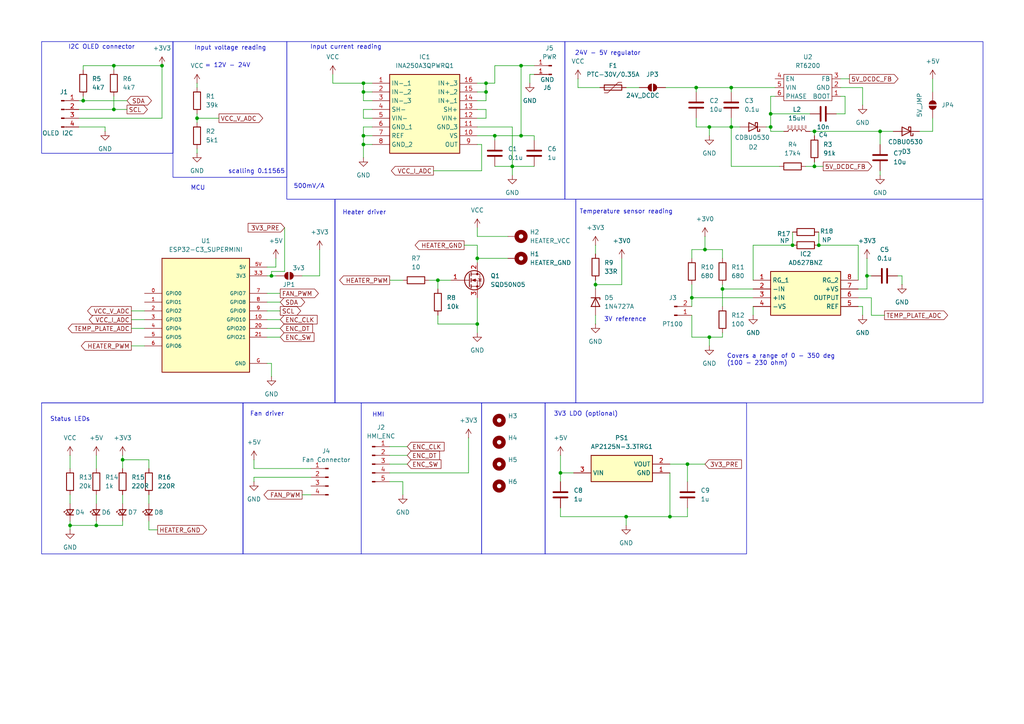
<source format=kicad_sch>
(kicad_sch (version 20231120) (generator "eeschema") (generator_version "8.0")
  (paper "A4")
  (junction (at 35.56 133.35))
  (junction (at 33.02 31.75))
  (junction (at 33.02 19.05))
  (junction (at 237.49 71.12))
  (junction (at 20.32 152.4))
  (junction (at 127 81.28))
  (junction (at 143.51 39.37))
  (junction (at 151.13 39.37))
  (junction (at 223.52 33.02))
  (junction (at 57.15 34.29))
  (junction (at 255.27 38.1))
  (junction (at 140.97 24.13))
  (junction (at 236.22 48.26))
  (junction (at 105.41 26.67))
  (junction (at 105.41 41.91))
  (junction (at 138.43 74.93))
  (junction (at 181.61 149.86))
  (junction (at 105.41 39.37))
  (junction (at 140.97 26.67))
  (junction (at 46.99 19.05))
  (junction (at 162.56 137.16))
  (junction (at 223.52 36.83))
  (junction (at 172.72 82.55))
  (junction (at 27.94 152.4))
  (junction (at 212.09 36.83))
  (junction (at 24.13 29.21))
  (junction (at 251.46 80.01))
  (junction (at 105.41 24.13))
  (junction (at 205.74 36.83))
  (junction (at 229.87 71.12))
  (junction (at 194.31 149.86))
  (junction (at 204.47 72.39))
  (junction (at 201.93 25.4))
  (junction (at 151.13 19.05))
  (junction (at 236.22 38.1))
  (junction (at 209.55 83.82))
  (junction (at 200.66 86.36))
  (junction (at 148.59 48.26))
  (junction (at 199.39 134.62))
  (junction (at 205.74 97.79))
  (junction (at 78.74 80.01))
  (junction (at 138.43 93.98))
  (junction (at 212.09 25.4))
  (wire (pts (xy 218.44 71.12) (xy 218.44 81.28)))
  (wire (pts (xy 223.52 33.02) (xy 234.95 33.02)))
  (wire (pts (xy 245.11 27.94) (xy 245.11 33.02)))
  (wire (pts (xy 252.73 86.36) (xy 248.92 86.36)))
  (wire (pts (xy 138.43 66.04) (xy 138.43 68.58)))
  (wire (pts (xy 127 83.82) (xy 127 81.28)))
  (wire (pts (xy 38.1 95.25) (xy 41.91 95.25)))
  (wire (pts (xy 153.67 21.59) (xy 153.67 24.13)))
  (wire (pts (xy 35.56 132.08) (xy 35.56 133.35)))
  (wire (pts (xy 22.86 29.21) (xy 24.13 29.21)))
  (wire (pts (xy 90.17 138.43) (xy 73.66 138.43)))
  (wire (pts (xy 212.09 25.4) (xy 224.79 25.4)))
  (wire (pts (xy 250.19 25.4) (xy 250.19 30.48)))
  (wire (pts (xy 255.27 49.53) (xy 255.27 50.8)))
  (wire (pts (xy 234.95 38.1) (xy 236.22 38.1)))
  (wire (pts (xy 43.18 153.67) (xy 43.18 151.13)))
  (wire (pts (xy 212.09 36.83) (xy 205.74 36.83)))
  (wire (pts (xy 78.74 80.01) (xy 80.01 80.01)))
  (wire (pts (xy 78.74 105.41) (xy 77.47 105.41)))
  (wire (pts (xy 172.72 82.55) (xy 180.34 82.55)))
  (wire (pts (xy 194.31 149.86) (xy 181.61 149.86)))
  (wire (pts (xy 248.92 81.28) (xy 248.92 71.12)))
  (wire (pts (xy 212.09 25.4) (xy 212.09 26.67)))
  (wire (pts (xy 73.66 138.43) (xy 73.66 139.7)))
  (wire (pts (xy 143.51 39.37) (xy 151.13 39.37)))
  (wire (pts (xy 256.54 91.44) (xy 252.73 91.44)))
  (wire (pts (xy 270.51 22.86) (xy 270.51 26.67)))
  (wire (pts (xy 77.47 77.47) (xy 80.01 77.47)))
  (wire (pts (xy 57.15 43.18) (xy 57.15 44.45)))
  (wire (pts (xy 124.46 81.28) (xy 127 81.28)))
  (wire (pts (xy 205.74 36.83) (xy 205.74 39.37)))
  (wire (pts (xy 151.13 39.37) (xy 154.94 39.37)))
  (wire (pts (xy 200.66 86.36) (xy 200.66 88.9)))
  (wire (pts (xy 251.46 83.82) (xy 248.92 83.82)))
  (wire (pts (xy 172.72 81.28) (xy 172.72 82.55)))
  (wire (pts (xy 148.59 50.8) (xy 148.59 48.26)))
  (wire (pts (xy 27.94 132.08) (xy 27.94 135.89)))
  (wire (pts (xy 107.95 39.37) (xy 105.41 39.37)))
  (wire (pts (xy 223.52 27.94) (xy 223.52 33.02)))
  (wire (pts (xy 201.93 36.83) (xy 205.74 36.83)))
  (wire (pts (xy 252.73 91.44) (xy 252.73 86.36)))
  (wire (pts (xy 116.84 139.7) (xy 113.03 139.7)))
  (wire (pts (xy 180.34 82.55) (xy 180.34 74.93)))
  (wire (pts (xy 24.13 27.94) (xy 24.13 29.21)))
  (wire (pts (xy 143.51 48.26) (xy 148.59 48.26)))
  (wire (pts (xy 27.94 152.4) (xy 20.32 152.4)))
  (wire (pts (xy 57.15 34.29) (xy 63.5 34.29)))
  (wire (pts (xy 151.13 19.05) (xy 154.94 19.05)))
  (wire (pts (xy 181.61 149.86) (xy 181.61 152.4)))
  (wire (pts (xy 33.02 27.94) (xy 33.02 31.75)))
  (wire (pts (xy 266.7 38.1) (xy 270.51 38.1)))
  (wire (pts (xy 243.84 27.94) (xy 245.11 27.94)))
  (wire (pts (xy 46.99 34.29) (xy 22.86 34.29)))
  (wire (pts (xy 237.49 67.31) (xy 237.49 71.12)))
  (wire (pts (xy 45.72 153.67) (xy 43.18 153.67)))
  (wire (pts (xy 77.47 80.01) (xy 78.74 80.01)))
  (wire (pts (xy 38.1 90.17) (xy 41.91 90.17)))
  (wire (pts (xy 105.41 31.75) (xy 107.95 31.75)))
  (wire (pts (xy 252.73 80.01) (xy 251.46 80.01)))
  (wire (pts (xy 143.51 39.37) (xy 143.51 40.64)))
  (wire (pts (xy 251.46 80.01) (xy 251.46 83.82)))
  (wire (pts (xy 250.19 88.9) (xy 248.92 88.9)))
  (wire (pts (xy 138.43 71.12) (xy 138.43 74.93)))
  (wire (pts (xy 127 93.98) (xy 138.43 93.98)))
  (wire (pts (xy 138.43 86.36) (xy 138.43 93.98)))
  (wire (pts (xy 87.63 80.01) (xy 92.71 80.01)))
  (wire (pts (xy 236.22 48.26) (xy 238.76 48.26)))
  (wire (pts (xy 143.51 19.05) (xy 143.51 24.13)))
  (wire (pts (xy 140.97 29.21) (xy 140.97 26.67)))
  (wire (pts (xy 82.55 78.74) (xy 82.55 66.04)))
  (wire (pts (xy 222.25 36.83) (xy 223.52 36.83)))
  (wire (pts (xy 140.97 34.29) (xy 138.43 34.29)))
  (wire (pts (xy 162.56 147.32) (xy 162.56 149.86)))
  (wire (pts (xy 96.52 24.13) (xy 105.41 24.13)))
  (wire (pts (xy 261.62 80.01) (xy 260.35 80.01)))
  (wire (pts (xy 43.18 133.35) (xy 43.18 135.89)))
  (wire (pts (xy 78.74 109.22) (xy 78.74 105.41)))
  (wire (pts (xy 261.62 82.55) (xy 261.62 80.01)))
  (wire (pts (xy 113.03 81.28) (xy 116.84 81.28)))
  (wire (pts (xy 138.43 93.98) (xy 138.43 96.52)))
  (wire (pts (xy 205.74 97.79) (xy 209.55 97.79)))
  (wire (pts (xy 138.43 31.75) (xy 140.97 31.75)))
  (wire (pts (xy 43.18 133.35) (xy 35.56 133.35)))
  (wire (pts (xy 147.32 68.58) (xy 138.43 68.58)))
  (wire (pts (xy 113.03 129.54) (xy 118.11 129.54)))
  (wire (pts (xy 92.71 80.01) (xy 92.71 72.39)))
  (wire (pts (xy 107.95 29.21) (xy 105.41 29.21)))
  (wire (pts (xy 57.15 24.13) (xy 57.15 25.4)))
  (wire (pts (xy 193.04 25.4) (xy 201.93 25.4)))
  (wire (pts (xy 90.17 135.89) (xy 73.66 135.89)))
  (wire (pts (xy 243.84 22.86) (xy 246.38 22.86)))
  (wire (pts (xy 113.03 134.62) (xy 118.11 134.62)))
  (wire (pts (xy 194.31 134.62) (xy 199.39 134.62)))
  (wire (pts (xy 212.09 36.83) (xy 214.63 36.83)))
  (wire (pts (xy 105.41 41.91) (xy 105.41 45.72)))
  (wire (pts (xy 77.47 87.63) (xy 81.28 87.63)))
  (wire (pts (xy 138.43 29.21) (xy 140.97 29.21)))
  (wire (pts (xy 35.56 152.4) (xy 27.94 152.4)))
  (wire (pts (xy 201.93 25.4) (xy 212.09 25.4)))
  (wire (pts (xy 218.44 88.9) (xy 218.44 91.44)))
  (wire (pts (xy 243.84 25.4) (xy 250.19 25.4)))
  (wire (pts (xy 201.93 34.29) (xy 201.93 36.83)))
  (wire (pts (xy 140.97 24.13) (xy 138.43 24.13)))
  (wire (pts (xy 166.37 137.16) (xy 162.56 137.16)))
  (wire (pts (xy 162.56 137.16) (xy 162.56 132.08)))
  (wire (pts (xy 154.94 21.59) (xy 153.67 21.59)))
  (wire (pts (xy 57.15 33.02) (xy 57.15 34.29)))
  (wire (pts (xy 107.95 41.91) (xy 105.41 41.91)))
  (wire (pts (xy 96.52 21.59) (xy 96.52 24.13)))
  (wire (pts (xy 209.55 74.93) (xy 209.55 72.39)))
  (wire (pts (xy 209.55 82.55) (xy 209.55 83.82)))
  (wire (pts (xy 20.32 152.4) (xy 20.32 153.67)))
  (wire (pts (xy 199.39 149.86) (xy 194.31 149.86)))
  (wire (pts (xy 209.55 83.82) (xy 209.55 88.9)))
  (wire (pts (xy 194.31 137.16) (xy 194.31 149.86)))
  (wire (pts (xy 167.64 22.86) (xy 167.64 25.4)))
  (wire (pts (xy 199.39 134.62) (xy 199.39 139.7)))
  (wire (pts (xy 105.41 36.83) (xy 105.41 39.37)))
  (wire (pts (xy 143.51 24.13) (xy 140.97 24.13)))
  (wire (pts (xy 200.66 97.79) (xy 205.74 97.79)))
  (wire (pts (xy 224.79 27.94) (xy 223.52 27.94)))
  (wire (pts (xy 167.64 25.4) (xy 173.99 25.4)))
  (wire (pts (xy 33.02 31.75) (xy 36.83 31.75)))
  (wire (pts (xy 209.55 83.82) (xy 218.44 83.82)))
  (wire (pts (xy 24.13 20.32) (xy 24.13 19.05)))
  (wire (pts (xy 139.7 41.91) (xy 139.7 49.53)))
  (wire (pts (xy 200.66 91.44) (xy 200.66 97.79)))
  (wire (pts (xy 77.47 95.25) (xy 81.28 95.25)))
  (wire (pts (xy 200.66 72.39) (xy 200.66 74.93)))
  (wire (pts (xy 105.41 24.13) (xy 107.95 24.13)))
  (wire (pts (xy 181.61 25.4) (xy 185.42 25.4)))
  (wire (pts (xy 107.95 26.67) (xy 105.41 26.67)))
  (wire (pts (xy 154.94 39.37) (xy 154.94 40.64)))
  (wire (pts (xy 77.47 97.79) (xy 81.28 97.79)))
  (wire (pts (xy 138.43 74.93) (xy 147.32 74.93)))
  (wire (pts (xy 250.19 91.44) (xy 250.19 88.9)))
  (wire (pts (xy 199.39 134.62) (xy 204.47 134.62)))
  (wire (pts (xy 138.43 39.37) (xy 143.51 39.37)))
  (wire (pts (xy 38.1 92.71) (xy 41.91 92.71)))
  (wire (pts (xy 270.51 34.29) (xy 270.51 38.1)))
  (wire (pts (xy 162.56 149.86) (xy 181.61 149.86)))
  (wire (pts (xy 77.47 85.09) (xy 81.28 85.09)))
  (wire (pts (xy 209.55 97.79) (xy 209.55 96.52)))
  (wire (pts (xy 229.87 67.31) (xy 229.87 71.12)))
  (wire (pts (xy 105.41 39.37) (xy 105.41 41.91)))
  (wire (pts (xy 199.39 147.32) (xy 199.39 149.86)))
  (wire (pts (xy 33.02 20.32) (xy 33.02 19.05)))
  (wire (pts (xy 116.84 143.51) (xy 116.84 139.7)))
  (wire (pts (xy 127 81.28) (xy 130.81 81.28)))
  (wire (pts (xy 172.72 82.55) (xy 172.72 83.82)))
  (wire (pts (xy 77.47 92.71) (xy 81.28 92.71)))
  (wire (pts (xy 140.97 31.75) (xy 140.97 34.29)))
  (wire (pts (xy 140.97 26.67) (xy 140.97 24.13)))
  (wire (pts (xy 107.95 36.83) (xy 105.41 36.83)))
  (wire (pts (xy 38.1 100.33) (xy 41.91 100.33)))
  (wire (pts (xy 33.02 19.05) (xy 46.99 19.05)))
  (wire (pts (xy 205.74 100.33) (xy 205.74 97.79)))
  (polyline (pts (xy 12.065 116.84) (xy 97.155 116.84)))
  (wire (pts (xy 105.41 26.67) (xy 105.41 24.13)))
  (wire (pts (xy 78.74 78.74) (xy 82.55 78.74)))
  (wire (pts (xy 172.72 91.44) (xy 172.72 93.98)))
  (wire (pts (xy 30.48 36.83) (xy 22.86 36.83)))
  (wire (pts (xy 251.46 74.93) (xy 251.46 80.01)))
  (wire (pts (xy 148.59 36.83) (xy 138.43 36.83)))
  (wire (pts (xy 35.56 133.35) (xy 35.56 135.89)))
  (wire (pts (xy 236.22 48.26) (xy 236.22 46.99)))
  (wire (pts (xy 113.03 132.08) (xy 118.11 132.08)))
  (wire (pts (xy 135.89 137.16) (xy 135.89 127)))
  (wire (pts (xy 138.43 76.2) (xy 138.43 74.93)))
  (wire (pts (xy 27.94 143.51) (xy 27.94 146.05)))
  (wire (pts (xy 105.41 31.75) (xy 105.41 34.29)))
  (wire (pts (xy 226.06 48.26) (xy 212.09 48.26)))
  (wire (pts (xy 242.57 33.02) (xy 245.11 33.02)))
  (wire (pts (xy 20.32 151.13) (xy 20.32 152.4)))
  (wire (pts (xy 134.62 71.12) (xy 138.43 71.12)))
  (wire (pts (xy 35.56 143.51) (xy 35.56 146.05)))
  (wire (pts (xy 46.99 19.05) (xy 46.99 34.29)))
  (wire (pts (xy 20.32 143.51) (xy 20.32 146.05)))
  (wire (pts (xy 248.92 71.12) (xy 237.49 71.12)))
  (wire (pts (xy 43.18 143.51) (xy 43.18 146.05)))
  (wire (pts (xy 77.47 90.17) (xy 81.28 90.17)))
  (wire (pts (xy 22.86 31.75) (xy 33.02 31.75)))
  (wire (pts (xy 30.48 38.1) (xy 30.48 36.83)))
  (wire (pts (xy 138.43 41.91) (xy 139.7 41.91)))
  (wire (pts (xy 162.56 137.16) (xy 162.56 139.7)))
  (wire (pts (xy 139.7 49.53) (xy 125.73 49.53)))
  (wire (pts (xy 87.63 143.51) (xy 90.17 143.51)))
  (wire (pts (xy 105.41 29.21) (xy 105.41 26.67)))
  (wire (pts (xy 212.09 48.26) (xy 212.09 36.83)))
  (wire (pts (xy 24.13 29.21) (xy 36.83 29.21)))
  (wire (pts (xy 236.22 38.1) (xy 255.27 38.1)))
  (wire (pts (xy 255.27 38.1) (xy 255.27 41.91)))
  (wire (pts (xy 73.66 133.35) (xy 73.66 135.89)))
  (wire (pts (xy 105.41 34.29) (xy 107.95 34.29)))
  (wire (pts (xy 80.01 77.47) (xy 80.01 74.93)))
  (wire (pts (xy 138.43 26.67) (xy 140.97 26.67)))
  (wire (pts (xy 113.03 137.16) (xy 135.89 137.16)))
  (wire (pts (xy 27.94 151.13) (xy 27.94 152.4)))
  (wire (pts (xy 204.47 68.58) (xy 204.47 72.39)))
  (wire (pts (xy 127 91.44) (xy 127 93.98)))
  (wire (pts (xy 227.33 38.1) (xy 223.52 38.1)))
  (wire (pts (xy 148.59 48.26) (xy 154.94 48.26)))
  (wire (pts (xy 172.72 71.12) (xy 172.72 73.66)))
  (wire (pts (xy 204.47 72.39) (xy 200.66 72.39)))
  (wire (pts (xy 209.55 72.39) (xy 204.47 72.39)))
  (wire (pts (xy 255.27 38.1) (xy 259.08 38.1)))
  (wire (pts (xy 236.22 39.37) (xy 236.22 38.1)))
  (wire (pts (xy 24.13 19.05) (xy 33.02 19.05)))
  (wire (pts (xy 233.68 48.26) (xy 236.22 48.26)))
  (wire (pts (xy 200.66 86.36) (xy 218.44 86.36)))
  (wire (pts (xy 212.09 34.29) (xy 212.09 36.83)))
  (wire (pts (xy 200.66 82.55) (xy 200.66 86.36)))
  (wire (pts (xy 223.52 36.83) (xy 223.52 33.02)))
  (wire (pts (xy 223.52 38.1) (xy 223.52 36.83)))
  (wire (pts (xy 151.13 19.05) (xy 151.13 39.37)))
  (wire (pts (xy 57.15 34.29) (xy 57.15 35.56)))
  (wire (pts (xy 35.56 151.13) (xy 35.56 152.4)))
  (wire (pts (xy 148.59 48.26) (xy 148.59 36.83)))
  (wire (pts (xy 78.74 80.01) (xy 78.74 78.74)))
  (polyline (pts (xy 97.155 57.785) (xy 97.155 116.84)))
  (wire (pts (xy 229.87 71.12) (xy 218.44 71.12)))
  (wire (pts (xy 201.93 25.4) (xy 201.93 26.67)))
  (wire (pts (xy 143.51 19.05) (xy 151.13 19.05)))
  (wire (pts (xy 20.32 132.08) (xy 20.32 135.89)))
  (rectangle (start 104.775 116.84) (end 139.7 160.655))
  (rectangle (start 83.185 12.065) (end 163.83 57.785))
  (rectangle (start 97.155 57.785) (end 167.005 116.84))
  (rectangle (start 163.83 12.065) (end 285.115 57.785))
  (rectangle (start 12.065 116.84) (end 70.485 160.655))
  (rectangle (start 12.065 12.065) (end 50.165 44.45))
  (rectangle (start 50.165 12.065) (end 83.185 51.435))
  (rectangle (start 167.005 57.785) (end 285.115 116.84))
  (rectangle (start 139.7 116.84) (end 158.115 160.655))
  (rectangle (start 158.115 116.84) (end 216.535 160.655))
  (rectangle (start 70.485 116.84) (end 104.775 160.655))
  (text "I2C OLED connector" (at 29.464 13.716 0) (effects (font (size 1.27 1.27))))
  (text "Fan driver" (at 77.47 120.142 0) (effects (font (size 1.27 1.27))))
  (text "Input current reading" (at 100.33 13.716 0) (effects (font (size 1.27 1.27))))
  (text "Temperature sensor reading" (at 181.61 61.468 0) (effects (font (size 1.27 1.27))))
  (text "HMI" (at 109.728 120.396 0) (effects (font (size 1.27 1.27))))
  (text "= 12V - 24V" (at 66.04 19.05 0) (effects (font (size 1.27 1.27))))
  (text "Input voltage reading" (at 66.802 13.97 0) (effects (font (size 1.27 1.27))))
  (text "Status LEDs" (at 20.32 121.666 0) (effects (font (size 1.27 1.27))))
  (text "3V reference" (at 181.356 92.71 0) (effects (font (size 1.27 1.27))))
  (text "3V3 LDO (optional)" (at 169.926 120.142 0) (effects (font (size 1.27 1.27))))
  (text "500mV/A" (at 89.662 54.102 0) (effects (font (size 1.27 1.27))))
  (text "Heater driver" (at 105.664 61.722 0) (effects (font (size 1.27 1.27))))
  (text "scalling 0.11565" (at 74.422 49.784 0) (effects (font (size 1.27 1.27))))
  (text "MCU" (at 57.404 54.61 0) (effects (font (size 1.27 1.27))))
  (text "Covers a range of 0 - 350 deg\n(100 - 230 ohm)" (at 210.82 104.394 0) (effects (font (size 1.27 1.27)) (justify left)))
  (text "24V - 5V regulator" (at 176.276 15.494 0) (effects (font (size 1.27 1.27))))
  (global_label "HEATER_PWM" (shape output) (at 113.03 81.28 180) (property "Intersheetrefs" "${INTERSHEET_REFS}" (effects (hide yes))))
  (global_label "VCC_I_ADC" (shape output) (at 38.1 92.71 180) (property "Intersheetrefs" "${INTERSHEET_REFS}" (effects (hide yes))))
  (global_label "TEMP_PLATE_ADC" (shape output) (at 38.1 95.25 180) (property "Intersheetrefs" "${INTERSHEET_REFS}" (effects (hide yes))))
  (global_label "ENC_CLK" (shape input) (at 81.28 92.71 0) (property "Intersheetrefs" "${INTERSHEET_REFS}" (effects (hide yes))))
  (global_label "VCC_V_ADC" (shape output) (at 38.1 90.17 180) (property "Intersheetrefs" "${INTERSHEET_REFS}" (effects (hide yes))))
  (global_label "SDA" (shape bidirectional) (at 36.83 29.21 0) (property "Intersheetrefs" "${INTERSHEET_REFS}" (effects (hide yes))))
  (global_label "ENC_DT" (shape input) (at 81.28 95.25 0) (property "Intersheetrefs" "${INTERSHEET_REFS}" (effects (hide yes))))
  (global_label "ENC_SW" (shape input) (at 118.11 134.62 0) (property "Intersheetrefs" "${INTERSHEET_REFS}" (effects (hide yes))))
  (global_label "ENC_DT" (shape input) (at 118.11 132.08 0) (property "Intersheetrefs" "${INTERSHEET_REFS}" (effects (hide yes))))
  (global_label "SCL" (shape output) (at 36.83 31.75 0) (property "Intersheetrefs" "${INTERSHEET_REFS}" (effects (hide yes))))
  (global_label "3V3_PRE" (shape input) (at 204.47 134.62 0) (property "Intersheetrefs" "${INTERSHEET_REFS}" (effects (hide yes))))
  (global_label "3V3_PRE" (shape input) (at 82.55 66.04 180) (property "Intersheetrefs" "${INTERSHEET_REFS}" (effects (hide yes))))
  (global_label "HEATER_PWM" (shape output) (at 38.1 100.33 180) (property "Intersheetrefs" "${INTERSHEET_REFS}" (effects (hide yes))))
  (global_label "5V_DCDC_FB" (shape output) (at 246.38 22.86 0) (property "Intersheetrefs" "${INTERSHEET_REFS}" (effects (hide yes))))
  (global_label "ENC_SW" (shape input) (at 81.28 97.79 0) (property "Intersheetrefs" "${INTERSHEET_REFS}" (effects (hide yes))))
  (global_label "VCC_I_ADC" (shape output) (at 125.73 49.53 180) (property "Intersheetrefs" "${INTERSHEET_REFS}" (effects (hide yes))))
  (global_label "TEMP_PLATE_ADC" (shape output) (at 256.54 91.44 0) (property "Intersheetrefs" "${INTERSHEET_REFS}" (effects (hide yes))))
  (global_label "SDA" (shape bidirectional) (at 81.28 87.63 0) (property "Intersheetrefs" "${INTERSHEET_REFS}" (effects (hide yes))))
  (global_label "FAN_PWM" (shape output) (at 87.63 143.51 180) (property "Intersheetrefs" "${INTERSHEET_REFS}" (effects (hide yes))))
  (global_label "HEATER_GND" (shape output) (at 134.62 71.12 180) (property "Intersheetrefs" "${INTERSHEET_REFS}" (effects (hide yes))))
  (global_label "SCL" (shape output) (at 81.28 90.17 0) (property "Intersheetrefs" "${INTERSHEET_REFS}" (effects (hide yes))))
  (global_label "VCC_V_ADC" (shape output) (at 63.5 34.29 0) (property "Intersheetrefs" "${INTERSHEET_REFS}" (effects (hide yes))))
  (global_label "ENC_CLK" (shape input) (at 118.11 129.54 0) (property "Intersheetrefs" "${INTERSHEET_REFS}" (effects (hide yes))))
  (global_label "5V_DCDC_FB" (shape output) (at 238.76 48.26 0) (property "Intersheetrefs" "${INTERSHEET_REFS}" (effects (hide yes))))
  (global_label "FAN_PWM" (shape output) (at 81.28 85.09 0) (property "Intersheetrefs" "${INTERSHEET_REFS}" (effects (hide yes))))
  (global_label "HEATER_GND" (shape output) (at 45.72 153.67 0) (property "Intersheetrefs" "${INTERSHEET_REFS}" (effects (hide yes))))
  (symbol (lib_id "power:GND") (at 73.66 139.7 0) (unit 1)
    (property "Reference" "#PWR031" (effects (hide yes)))
    (property "Value" "GND" (at 73.66 144.78 0))
    (property "Description" "Power symbol creates a global label with name \"GND\" , ground" (effects (hide yes)))
  )
  (symbol (lib_id "Device:C") (at 255.27 45.72 180) (unit 1)
    (property "Reference" "C7" (at 259.08 44.4499 0) (effects (justify right)))
    (property "Value" "10u" (at 259.08 46.9899 0) (effects (justify right)))
    (property "Footprint" "Capacitor_SMD:C_0805_2012Metric_Pad1.18x1.45mm_HandSolder" (effects (hide yes)))
    (property "Description" "Unpolarized capacitor" (effects (hide yes)))
  )
  (symbol (lib_id "power:GND") (at 261.62 82.55 0) (unit 1)
    (property "Reference" "#PWR026" (effects (hide yes)))
    (property "Value" "GND" (at 261.62 87.63 0))
    (property "Description" "Power symbol creates a global label with name \"GND\" , ground" (effects (hide yes)))
  )
  (symbol (lib_id "power:GND") (at 172.72 93.98 0) (unit 1)
    (property "Reference" "#PWR019" (effects (hide yes)))
    (property "Value" "GND" (at 172.72 99.06 0))
    (property "Description" "Power symbol creates a global label with name \"GND\" , ground" (effects (hide yes)))
  )
  (symbol (lib_id "Device:D_Schottky") (at 262.89 38.1 180) (unit 1)
    (property "Reference" "D3" (at 262.89 43.942 0))
    (property "Value" "CDBU0530" (at 262.636 41.148 0))
    (property "Footprint" "Diode_SMD:D_0603_1608Metric_Pad1.05x0.95mm_HandSolder" (effects (hide yes)))
    (property "Description" "Schottky diode" (effects (hide yes)))
  )
  (symbol (lib_id "power:GND") (at 78.74 109.22 0) (unit 1)
    (property "Reference" "#PWR013" (effects (hide yes)))
    (property "Value" "GND" (at 78.74 114.3 0))
    (property "Description" "Power symbol creates a global label with name \"GND\" , ground" (effects (hide yes)))
  )
  (symbol (lib_id "SamacSys_Parts:AD627BNZ") (at 218.44 81.28 0) (unit 1)
    (property "Reference" "IC2" (at 233.68 73.66 0))
    (property "Value" "AD627BNZ" (at 233.68 76.2 0))
    (property "Footprint" "SamacSys_Parts:DIP794W56P254L959H533Q8N" (effects (hide yes)))
    (property "Datasheet" "http://uk.rs-online.com/web/p/products/7096067P" (effects (hide yes)))
    (property "Description" "AD627BNZ, Instrumentation Amplifier, 0.15mV Offset, 83dB CMRR, Rail-Rail Output, 7.5 V, 8-Pin PDIP" (effects (hide yes)))
    (property "Height" "5.33" (effects (hide yes)))
    (property "RS Part Number" "7096067P" (effects (hide yes)))
    (property "RS Price/Stock" "http://uk.rs-online.com/web/p/products/7096067P" (effects (hide yes)))
    (property "Manufacturer_Name" "Analog Devices" (effects (hide yes)))
    (property "Manufacturer_Part_Number" "AD627BNZ" (effects (hide yes)))
  )
  (symbol (lib_id "Mechanical:MountingHole_Pad") (at 149.86 68.58 270) (unit 1) (exclude_from_sim yes) (in_bom no)
    (property "Reference" "H2" (at 153.67 67.3099 90) (effects (justify left)))
    (property "Value" "HEATER_VCC" (at 153.67 69.8499 90) (effects (justify left)))
    (property "Footprint" "MountingHole:MountingHole_3.2mm_M3_DIN965_Pad" (effects (hide yes)))
    (property "Description" "Mounting Hole with connection" (effects (hide yes)))
  )
  (symbol (lib_id "Mechanical:MountingHole") (at 144.78 121.92 0) (unit 1) (exclude_from_sim yes) (in_bom no)
    (property "Reference" "H3" (at 147.32 120.6499 0) (effects (justify left)))
    (property "Value" "MountingHole" (effects (hide yes)))
    (property "Footprint" "MountingHole:MountingHole_3.2mm_M3_ISO7380" (effects (hide yes)))
    (property "Description" "Mounting Hole without connection" (effects (hide yes)))
  )
  (symbol (lib_id "Device:R") (at 127 87.63 180) (unit 1)
    (property "Reference" "R8" (at 129.54 86.3599 0) (effects (justify right)))
    (property "Value" "10k" (at 129.54 88.8999 0) (effects (justify right)))
    (property "Footprint" "Resistor_SMD:R_0805_2012Metric" (effects (hide yes)))
    (property "Description" "Resistor" (effects (hide yes)))
  )
  (symbol (lib_id "power:+5V") (at 270.51 22.86 0) (unit 1)
    (property "Reference" "#PWR012" (effects (hide yes)))
    (property "Value" "+5V" (at 270.51 17.78 0))
    (property "Description" "Power symbol creates a global label with name \"+5V\"" (effects (hide yes)))
  )
  (symbol (lib_id "power:GND") (at 30.48 38.1 0) (unit 1)
    (property "Reference" "#PWR01" (effects (hide yes)))
    (property "Value" "GND" (at 30.48 43.18 0))
    (property "Description" "Power symbol creates a global label with name \"GND\" , ground" (effects (hide yes)))
  )
  (symbol (lib_id "Device:R") (at 209.55 92.71 0) (unit 1)
    (property "Reference" "R12" (at 212.09 91.4399 0) (effects (justify left)))
    (property "Value" "100" (at 212.09 93.9799 0) (effects (justify left)))
    (property "Footprint" "Resistor_SMD:R_0805_2012Metric" (effects (hide yes)))
    (property "Description" "Resistor" (effects (hide yes)))
  )
  (symbol (lib_id "Device:R") (at 233.68 67.31 90) (unit 1)
    (property "Reference" "R18" (at 239.776 67.056 90))
    (property "Value" "NP" (at 239.776 69.596 90))
    (property "Footprint" "Resistor_SMD:R_0805_2012Metric" (effects (hide yes)))
    (property "Description" "Resistor" (effects (hide yes)))
  )
  (symbol (lib_id "Device:L_Ferrite") (at 231.14 38.1 90) (unit 1)
    (property "Reference" "L2" (at 231.14 31.75 90))
    (property "Value" "15uH" (at 231.14 34.29 90))
    (property "Footprint" "SamacSys_Parts:SRR4828A151M" (effects (hide yes)))
    (property "Datasheet" "https://www.bourns.com/docs/product-datasheets/srr4828a.pdf" (effects (hide yes)))
    (property "Description" "Inductor with ferrite core" (effects (hide yes)))
  )
  (symbol (lib_id "Mechanical:MountingHole") (at 144.78 140.97 0) (unit 1) (exclude_from_sim yes) (in_bom no)
    (property "Reference" "H6" (at 147.32 139.6999 0) (effects (justify left)))
    (property "Value" "MountingHole" (effects (hide yes)))
    (property "Footprint" "MountingHole:MountingHole_3.2mm_M3_ISO7380" (effects (hide yes)))
    (property "Description" "Mounting Hole without connection" (effects (hide yes)))
  )
  (symbol (lib_id "Device:C") (at 256.54 80.01 270) (unit 1)
    (property "Reference" "C5" (at 256.54 72.39 90))
    (property "Value" "0.1u" (at 256.54 74.93 90))
    (property "Footprint" "Resistor_SMD:R_0603_1608Metric_Pad0.98x0.95mm_HandSolder" (effects (hide yes)))
    (property "Description" "Unpolarized capacitor" (effects (hide yes)))
  )
  (symbol (lib_id "Jumper:SolderJumper_2_Open") (at 83.82 80.01 180) (unit 1) (exclude_from_sim yes) (in_bom no)
    (property "Reference" "JP1" (at 83.82 82.55 0))
    (property "Value" "3v3" (at 86.614 77.724 0))
    (property "Footprint" "Jumper:SolderJumper-2_P1.3mm_Open_RoundedPad1.0x1.5mm" (effects (hide yes)))
    (property "Description" "Solder Jumper, 2-pole, open" (effects (hide yes)))
  )
  (symbol (lib_id "Device:R") (at 24.13 24.13 0) (unit 1)
    (property "Reference" "R5" (at 26.67 22.8599 0) (effects (justify left)))
    (property "Value" "4k7" (at 26.67 25.3999 0) (effects (justify left)))
    (property "Footprint" "Resistor_SMD:R_0805_2012Metric" (effects (hide yes)))
    (property "Description" "Resistor" (effects (hide yes)))
  )
  (symbol (lib_id "Device:R") (at 20.32 139.7 180) (unit 1)
    (property "Reference" "R13" (at 22.86 138.4299 0) (effects (justify right)))
    (property "Value" "20k" (at 22.86 140.9699 0) (effects (justify right)))
    (property "Footprint" "Resistor_SMD:R_0603_1608Metric_Pad0.98x0.95mm_HandSolder" (effects (hide yes)))
    (property "Description" "Resistor" (effects (hide yes)))
  )
  (symbol (lib_id "Device:R") (at 35.56 139.7 180) (unit 1)
    (property "Reference" "R15" (at 38.1 138.4299 0) (effects (justify right)))
    (property "Value" "220R" (at 38.1 140.9699 0) (effects (justify right)))
    (property "Footprint" "Resistor_SMD:R_0603_1608Metric_Pad0.98x0.95mm_HandSolder" (effects (hide yes)))
    (property "Description" "Resistor" (effects (hide yes)))
  )
  (symbol (lib_id "SamacSys_Parts:AP2125N-3.3TRG1") (at 194.31 137.16 180) (unit 1)
    (property "Reference" "PS1" (at 180.34 127 0))
    (property "Value" "AP2125N-3.3TRG1" (at 180.34 129.54 0))
    (property "Footprint" "SOT95P282X145-3N" (effects (hide yes)))
    (property "Datasheet" "http://uk.rs-online.com/web/p/products/8287356P" (effects (hide yes)))
    (property "Description" "300mA 3.3V Low Noise LDO Regulator SOT23 DiodesZetex AP2125N-3.3TRG1, Low Noise LDO Voltage Regulator, 3.3 V +/-2%, Maximum of 6in, 3-Pin SOT-23" (effects (hide yes)))
    (property "Height" "1.45" (effects (hide yes)))
    (property "RS Part Number" "8287356P" (effects (hide yes)))
    (property "RS Price/Stock" "http://uk.rs-online.com/web/p/products/8287356P" (effects (hide yes)))
    (property "Manufacturer_Name" "Diodes Incorporated" (effects (hide yes)))
    (property "Manufacturer_Part_Number" "AP2125N-3.3TRG1" (effects (hide yes)))
    (property "Allied_Number" "70550996" (effects (hide yes)))
  )
  (symbol (lib_id "Device:LED_Small") (at 20.32 148.59 90) (unit 1)
    (property "Reference" "D4" (at 21.844 148.59 90) (effects (justify right)))
    (property "Footprint" "LED_SMD:LED_0805_2012Metric_Pad1.15x1.40mm_HandSolder" (effects (hide yes)))
    (property "Description" "Light emitting diode, small symbol" (effects (hide yes)))
  )
  (symbol (lib_id "power:GND") (at 205.74 39.37 0) (unit 1)
    (property "Reference" "#PWR011" (effects (hide yes)))
    (property "Value" "GND" (at 205.74 44.45 0))
    (property "Description" "Power symbol creates a global label with name \"GND\" , ground" (effects (hide yes)))
  )
  (symbol (lib_id "power:+3V3") (at 135.89 127 0) (unit 1)
    (property "Reference" "#PWR033" (effects (hide yes)))
    (property "Value" "+3V3" (at 135.89 121.92 0))
    (property "Description" "Power symbol creates a global label with name \"+3V3\"" (effects (hide yes)))
  )
  (symbol (lib_id "power:VCC") (at 167.64 22.86 0) (unit 1)
    (property "Reference" "#PWR09" (effects (hide yes)))
    (property "Value" "VCC" (at 167.64 17.78 0))
    (property "Description" "Power symbol creates a global label with name \"VCC\"" (effects (hide yes)))
  )
  (symbol (lib_id "power:VCC") (at 96.52 21.59 0) (unit 1)
    (property "Reference" "#PWR06" (effects (hide yes)))
    (property "Value" "VCC" (at 96.52 16.51 0))
    (property "Description" "Power symbol creates a global label with name \"VCC\"" (effects (hide yes)))
  )
  (symbol (lib_id "power:GND") (at 20.32 153.67 0) (unit 1)
    (property "Reference" "#PWR030" (effects (hide yes)))
    (property "Value" "GND" (at 20.32 158.75 0))
    (property "Description" "Power symbol creates a global label with name \"GND\" , ground" (effects (hide yes)))
  )
  (symbol (lib_id "Device:LED_Small") (at 35.56 148.59 90) (unit 1)
    (property "Reference" "D7" (at 37.084 148.59 90) (effects (justify right)))
    (property "Footprint" "LED_SMD:LED_0805_2012Metric_Pad1.15x1.40mm_HandSolder" (effects (hide yes)))
    (property "Description" "Light emitting diode, small symbol" (effects (hide yes)))
  )
  (symbol (lib_id "Device:R") (at 27.94 139.7 180) (unit 1)
    (property "Reference" "R14" (at 30.48 138.4299 0) (effects (justify right)))
    (property "Value" "1k" (at 30.48 140.9699 0) (effects (justify right)))
    (property "Footprint" "Resistor_SMD:R_0603_1608Metric_Pad0.98x0.95mm_HandSolder" (effects (hide yes)))
    (property "Description" "Resistor" (effects (hide yes)))
  )
  (symbol (lib_id "power:GND") (at 148.59 50.8 0) (unit 1)
    (property "Reference" "#PWR08" (effects (hide yes)))
    (property "Value" "GND" (at 148.59 55.88 0))
    (property "Description" "Power symbol creates a global label with name \"GND\" , ground" (effects (hide yes)))
  )
  (symbol (lib_id "Diode:1N47xxA") (at 172.72 87.63 270) (unit 1)
    (property "Reference" "D5" (at 175.26 86.3599 90) (effects (justify left)))
    (property "Value" "1N4727A" (at 175.26 88.8999 90) (effects (justify left)))
    (property "Footprint" "Diode_THT:D_DO-41_SOD81_P10.16mm_Horizontal" (effects (hide yes)))
    (property "Datasheet" "https://www.vishay.com/docs/85816/1n4728a.pdf" (effects (hide yes)))
    (property "Description" "1300mW Silicon planar power Zener diodes, DO-41" (effects (hide yes)))
  )
  (symbol (lib_id "power:+3V3") (at 92.71 72.39 0) (unit 1)
    (property "Reference" "#PWR015" (effects (hide yes)))
    (property "Value" "+3V3" (at 92.71 67.31 0))
    (property "Description" "Power symbol creates a global label with name \"+3V3\"" (effects (hide yes)))
  )
  (symbol (lib_id "power:GND") (at 105.41 45.72 0) (unit 1)
    (property "Reference" "#PWR07" (effects (hide yes)))
    (property "Value" "GND" (at 105.41 50.8 0))
    (property "Description" "Power symbol creates a global label with name \"GND\" , ground" (effects (hide yes)))
  )
  (symbol (lib_id "Mechanical:MountingHole") (at 144.78 134.62 0) (unit 1) (exclude_from_sim yes) (in_bom no)
    (property "Reference" "H5" (at 147.32 133.3499 0) (effects (justify left)))
    (property "Value" "MountingHole" (effects (hide yes)))
    (property "Footprint" "MountingHole:MountingHole_3.2mm_M3_ISO7380" (effects (hide yes)))
    (property "Description" "Mounting Hole without connection" (effects (hide yes)))
  )
  (symbol (lib_id "Mechanical:MountingHole_Pad") (at 149.86 74.93 270) (unit 1) (exclude_from_sim yes) (in_bom no)
    (property "Reference" "H1" (at 153.67 73.6599 90) (effects (justify left)))
    (property "Value" "HEATER_GND" (at 153.67 76.1999 90) (effects (justify left)))
    (property "Footprint" "MountingHole:MountingHole_3.2mm_M3_DIN965_Pad" (effects (hide yes)))
    (property "Description" "Mounting Hole with connection" (effects (hide yes)))
  )
  (symbol (lib_id "Device:R") (at 57.15 29.21 0) (unit 1)
    (property "Reference" "R1" (at 59.69 27.9399 0) (effects (justify left)))
    (property "Value" "39k" (at 59.69 30.4799 0) (effects (justify left)))
    (property "Footprint" "Resistor_SMD:R_0805_2012Metric" (effects (hide yes)))
    (property "Description" "Resistor" (effects (hide yes)))
  )
  (symbol (lib_id "Device:Q_NMOS_GDS") (at 135.89 81.28 0) (unit 1)
    (property "Reference" "Q1" (at 142.24 80.0099 0) (effects (justify left)))
    (property "Value" "SQD50N05" (at 142.24 82.5499 0) (effects (justify left)))
    (property "Footprint" "Package_TO_SOT_SMD:TO-252-2" (effects (hide yes)))
    (property "Description" "N-MOSFET transistor, gate/drain/source" (effects (hide yes)))
  )
  (symbol (lib_id "power:GND") (at 218.44 91.44 0) (unit 1)
    (property "Reference" "#PWR023" (effects (hide yes)))
    (property "Value" "GND" (at 218.44 96.52 0))
    (property "Description" "Power symbol creates a global label with name \"GND\" , ground" (effects (hide yes)))
  )
  (symbol (lib_id "Device:R") (at 233.68 71.12 90) (unit 1)
    (property "Reference" "R17" (at 227.33 67.818 90))
    (property "Value" "NP" (at 227.584 69.85 90))
    (property "Footprint" "Resistor_SMD:R_0805_2012Metric" (effects (hide yes)))
    (property "Description" "Resistor" (effects (hide yes)))
  )
  (symbol (lib_id "Device:R") (at 209.55 78.74 0) (unit 1)
    (property "Reference" "R11" (at 212.09 77.4699 0) (effects (justify left)))
    (property "Value" "680" (at 212.09 80.0099 0) (effects (justify left)))
    (property "Footprint" "Resistor_SMD:R_0805_2012Metric" (effects (hide yes)))
    (property "Description" "Resistor" (effects (hide yes)))
  )
  (symbol (lib_id "power:+5V") (at 73.66 133.35 0) (unit 1)
    (property "Reference" "#PWR032" (effects (hide yes)))
    (property "Value" "+5V" (at 73.66 128.27 0))
    (property "Description" "Power symbol creates a global label with name \"+5V\"" (effects (hide yes)))
  )
  (symbol (lib_id "Device:R") (at 120.65 81.28 90) (unit 1)
    (property "Reference" "R7" (at 120.65 74.93 90))
    (property "Value" "10" (at 120.65 77.47 90))
    (property "Footprint" "Resistor_SMD:R_0805_2012Metric" (effects (hide yes)))
    (property "Description" "Resistor" (effects (hide yes)))
  )
  (symbol (lib_id "ESP32-C3_SUPERMINI:ESP32-C3_SUPERMINI") (at 59.69 90.17 0) (unit 1)
    (property "Reference" "U1" (at 59.69 69.85 0))
    (property "Value" "ESP32-C3_SUPERMINI" (at 59.69 72.39 0))
    (property "Footprint" "ESP32-C3_SUPERMINI:MODULE_ESP32-C3_SUPERMINI" (effects (hide yes)))
    (property "MF" "Espressif Systems" (effects (hide yes)))
    (property "MAXIMUM_PACKAGE_HEIGHT" "4.2mm" (effects (hide yes)))
    (property "Package" "Package" (effects (hide yes)))
    (property "Price" "None" (effects (hide yes)))
    (property "Check_prices" "https://www.snapeda.com/parts/ESP32-C3%20SuperMini_TH/Espressif+Systems/view-part/?ref=eda" (effects (hide yes)))
    (property "STANDARD" "Manufacturer Recommendations" (effects (hide yes)))
    (property "SnapEDA_Link" "https://www.snapeda.com/parts/ESP32-C3%20SuperMini_TH/Espressif+Systems/view-part/?ref=snap" (effects (hide yes)))
    (property "MP" "ESP32-C3 SuperMini_TH" (effects (hide yes)))
    (property "Description_1" "\n                        \n                            Super tiny ESP32-C3 board\n                        \n" (effects (hide yes)))
    (property "Availability" "Not in stock" (effects (hide yes)))
    (property "MANUFACTURER" "Espressif" (effects (hide yes)))
  )
  (symbol (lib_id "Device:R") (at 43.18 139.7 180) (unit 1)
    (property "Reference" "R16" (at 45.72 138.4299 0) (effects (justify right)))
    (property "Value" "220R" (at 45.72 140.9699 0) (effects (justify right)))
    (property "Footprint" "Resistor_SMD:R_0603_1608Metric_Pad0.98x0.95mm_HandSolder" (effects (hide yes)))
    (property "Description" "Resistor" (effects (hide yes)))
  )
  (symbol (lib_id "power:GND") (at 181.61 152.4 0) (unit 1)
    (property "Reference" "#PWR037" (effects (hide yes)))
    (property "Value" "GND" (at 181.61 157.48 0))
    (property "Description" "Power symbol creates a global label with name \"GND\" , ground" (effects (hide yes)))
  )
  (symbol (lib_id "power:VCC") (at 57.15 24.13 0) (unit 1)
    (property "Reference" "#PWR03" (effects (hide yes)))
    (property "Value" "VCC" (at 57.15 19.05 0))
    (property "Description" "Power symbol creates a global label with name \"VCC\"" (effects (hide yes)))
  )
  (symbol (lib_id "Device:C") (at 201.93 30.48 180) (unit 1)
    (property "Reference" "C2" (at 205.74 29.2099 0) (effects (justify right)))
    (property "Value" "10u" (at 205.74 31.7499 0) (effects (justify right)))
    (property "Footprint" "Capacitor_SMD:C_1210_3225Metric" (effects (hide yes)))
    (property "Description" "Unpolarized capacitor" (effects (hide yes)))
  )
  (symbol (lib_id "power:GND") (at 116.84 143.51 0) (unit 1)
    (property "Reference" "#PWR034" (effects (hide yes)))
    (property "Value" "GND" (at 116.84 148.59 0))
    (property "Description" "Power symbol creates a global label with name \"GND\" , ground" (effects (hide yes)))
  )
  (symbol (lib_id "Connector:Conn_01x02_Pin") (at 195.58 91.44 0) (mirror x) (unit 1)
    (property "Reference" "J3" (at 196.342 86.36 0) (effects (justify right)))
    (property "Value" "PT100" (at 198.12 93.98 0) (effects (justify right)))
    (property "Footprint" "Connector_PinHeader_2.54mm:PinHeader_1x02_P2.54mm_Vertical" (effects (hide yes)))
    (property "Description" "Generic connector, single row, 01x02, script generated" (effects (hide yes)))
  )
  (symbol (lib_id "power:GND") (at 57.15 44.45 0) (unit 1)
    (property "Reference" "#PWR04" (effects (hide yes)))
    (property "Value" "GND" (at 57.15 49.53 0))
    (property "Description" "Power symbol creates a global label with name \"GND\" , ground" (effects (hide yes)))
  )
  (symbol (lib_id "Device:LED_Small") (at 27.94 148.59 90) (unit 1)
    (property "Reference" "D6" (at 29.464 148.59 90) (effects (justify right)))
    (property "Footprint" "LED_SMD:LED_0805_2012Metric_Pad1.15x1.40mm_HandSolder" (effects (hide yes)))
    (property "Description" "Light emitting diode, small symbol" (effects (hide yes)))
  )
  (symbol (lib_id "Connector:Conn_01x01_Pin") (at 160.02 21.59 0) (mirror y) (unit 1)
    (property "Reference" "J6" (at 158.75 25.4 0))
    (property "Value" "GND" (at 158.75 23.114 0))
    (property "Footprint" "TestPoint:TestPoint_Pad_4.0x4.0mm" (effects (hide yes)))
    (property "Description" "Generic connector, single row, 01x01, script generated" (effects (hide yes)))
  )
  (symbol (lib_id "power:+3V0") (at 180.34 74.93 0) (unit 1)
    (property "Reference" "#PWR020" (effects (hide yes)))
    (property "Value" "+3V0" (at 180.34 69.85 0))
    (property "Description" "Power symbol creates a global label with name \"+3V0\"" (effects (hide yes)))
  )
  (symbol (lib_id "Connector:Conn_01x01_Pin") (at 160.02 19.05 0) (mirror y) (unit 1)
    (property "Reference" "J5" (at 159.385 13.97 0))
    (property "Value" "PWR" (at 159.385 16.51 0))
    (property "Footprint" "TestPoint:TestPoint_Pad_4.0x4.0mm" (effects (hide yes)))
    (property "Description" "Generic connector, single row, 01x01, script generated" (effects (hide yes)))
  )
  (symbol (lib_id "Device:C") (at 162.56 143.51 0) (unit 1)
    (property "Reference" "C8" (at 166.37 142.2399 0) (effects (justify left)))
    (property "Value" "1u" (at 166.37 144.7799 0) (effects (justify left)))
    (property "Footprint" "Resistor_SMD:R_0603_1608Metric_Pad0.98x0.95mm_HandSolder" (effects (hide yes)))
    (property "Description" "Unpolarized capacitor" (effects (hide yes)))
  )
  (symbol (lib_id "Connector:Conn_01x05_Pin") (at 107.95 134.62 0) (unit 1)
    (property "Reference" "J2" (at 110.49 123.952 0))
    (property "Value" "HMI_ENC" (at 110.49 126.492 0))
    (property "Footprint" "Connector_PinHeader_2.54mm:PinHeader_1x05_P2.54mm_Vertical" (effects (hide yes)))
    (property "Description" "Generic connector, single row, 01x05, script generated" (effects (hide yes)))
  )
  (symbol (lib_id "power:+3V3") (at 172.72 71.12 0) (unit 1)
    (property "Reference" "#PWR018" (effects (hide yes)))
    (property "Value" "+3V3" (at 172.72 66.04 0))
    (property "Description" "Power symbol creates a global label with name \"+3V3\"" (effects (hide yes)))
  )
  (symbol (lib_id "power:+3V3") (at 251.46 74.93 0) (unit 1)
    (property "Reference" "#PWR024" (effects (hide yes)))
    (property "Value" "+3V3" (at 251.46 69.85 0))
    (property "Description" "Power symbol creates a global label with name \"+3V3\"" (effects (hide yes)))
  )
  (symbol (lib_id "power:+5V") (at 27.94 132.08 0) (unit 1)
    (property "Reference" "#PWR028" (effects (hide yes)))
    (property "Value" "+5V" (at 27.94 127 0))
    (property "Description" "Power symbol creates a global label with name \"+5V\"" (effects (hide yes)))
  )
  (symbol (lib_id "Device:R") (at 33.02 24.13 0) (unit 1)
    (property "Reference" "R6" (at 35.56 22.8599 0) (effects (justify left)))
    (property "Value" "4k7" (at 35.56 25.3999 0) (effects (justify left)))
    (property "Footprint" "Resistor_SMD:R_0805_2012Metric" (effects (hide yes)))
    (property "Description" "Resistor" (effects (hide yes)))
  )
  (symbol (lib_id "power:VCC") (at 20.32 132.08 0) (unit 1)
    (property "Reference" "#PWR027" (effects (hide yes)))
    (property "Value" "VCC" (at 20.32 127 0))
    (property "Description" "Power symbol creates a global label with name \"VCC\"" (effects (hide yes)))
  )
  (symbol (lib_id "Device:R") (at 57.15 39.37 0) (unit 1)
    (property "Reference" "R2" (at 59.69 38.0999 0) (effects (justify left)))
    (property "Value" "5k1" (at 59.69 40.6399 0) (effects (justify left)))
    (property "Footprint" "Resistor_SMD:R_0805_2012Metric" (effects (hide yes)))
    (property "Description" "Resistor" (effects (hide yes)))
  )
  (symbol (lib_id "power:GND") (at 153.67 24.13 0) (unit 1)
    (property "Reference" "#PWR05" (effects (hide yes)))
    (property "Value" "GND" (at 153.67 29.21 0))
    (property "Description" "Power symbol creates a global label with name \"GND\" , ground" (effects (hide yes)))
  )
  (symbol (lib_id "power:GND") (at 255.27 50.8 0) (unit 1)
    (property "Reference" "#PWR035" (effects (hide yes)))
    (property "Value" "GND" (at 255.27 55.88 0))
    (property "Description" "Power symbol creates a global label with name \"GND\" , ground" (effects (hide yes)))
  )
  (symbol (lib_id "Device:D_Schottky") (at 218.44 36.83 180) (unit 1)
    (property "Reference" "D2" (at 218.44 42.672 0))
    (property "Value" "CDBU0530" (at 218.186 39.878 0))
    (property "Footprint" "Diode_SMD:D_0603_1608Metric_Pad1.05x0.95mm_HandSolder" (effects (hide yes)))
    (property "Description" "Schottky diode" (effects (hide yes)))
  )
  (symbol (lib_id "power:GND") (at 250.19 91.44 0) (unit 1)
    (property "Reference" "#PWR025" (effects (hide yes)))
    (property "Value" "GND" (at 250.19 96.52 0))
    (property "Description" "Power symbol creates a global label with name \"GND\" , ground" (effects (hide yes)))
  )
  (symbol (lib_id "power:GND") (at 138.43 96.52 0) (unit 1)
    (property "Reference" "#PWR016" (effects (hide yes)))
    (property "Value" "GND" (at 138.43 101.6 0))
    (property "Description" "Power symbol creates a global label with name \"GND\" , ground" (effects (hide yes)))
  )
  (symbol (lib_id "power:+3V0") (at 204.47 68.58 0) (unit 1)
    (property "Reference" "#PWR021" (effects (hide yes)))
    (property "Value" "+3V0" (at 204.47 63.5 0))
    (property "Description" "Power symbol creates a global label with name \"+3V0\"" (effects (hide yes)))
  )
  (symbol (lib_id "Device:R") (at 236.22 43.18 0) (unit 1)
    (property "Reference" "R3" (at 238.76 41.9099 0) (effects (justify left)))
    (property "Value" "91k" (at 238.76 44.4499 0) (effects (justify left)))
    (property "Footprint" "Resistor_SMD:R_0603_1608Metric_Pad0.98x0.95mm_HandSolder" (effects (hide yes)))
    (property "Description" "Resistor" (effects (hide yes)))
  )
  (symbol (lib_id "power:VCC") (at 138.43 66.04 0) (unit 1)
    (property "Reference" "#PWR017" (effects (hide yes)))
    (property "Value" "VCC" (at 138.43 60.96 0))
    (property "Description" "Power symbol creates a global label with name \"VCC\"" (effects (hide yes)))
  )
  (symbol (lib_id "Device:C") (at 143.51 44.45 180) (unit 1)
    (property "Reference" "C1" (at 147.32 43.1799 0) (effects (justify right)))
    (property "Value" "0.1u" (at 147.32 45.7199 0) (effects (justify right)))
    (property "Footprint" "Resistor_SMD:R_0603_1608Metric_Pad0.98x0.95mm_HandSolder" (effects (hide yes)))
    (property "Description" "Unpolarized capacitor" (effects (hide yes)))
  )
  (symbol (lib_id "Device:Polyfuse") (at 177.8 25.4 90) (unit 1)
    (property "Reference" "F1" (at 177.8 19.05 90))
    (property "Value" "PTC-30V/0.35A" (at 177.8 21.59 90))
    (property "Footprint" "Fuse:Fuse_1206_3216Metric" (effects (hide yes)))
    (property "Description" "Resettable fuse, polymeric positive temperature coefficient" (effects (hide yes)))
  )
  (symbol (lib_id "power:+5V") (at 162.56 132.08 0) (unit 1)
    (property "Reference" "#PWR036" (effects (hide yes)))
    (property "Value" "+5V" (at 162.56 127 0))
    (property "Description" "Power symbol creates a global label with name \"+5V\"" (effects (hide yes)))
  )
  (symbol (lib_id "Device:C") (at 199.39 143.51 0) (unit 1)
    (property "Reference" "C9" (at 203.2 142.2399 0) (effects (justify left)))
    (property "Value" "1u" (at 203.2 144.7799 0) (effects (justify left)))
    (property "Footprint" "Resistor_SMD:R_0603_1608Metric_Pad0.98x0.95mm_HandSolder" (effects (hide yes)))
    (property "Description" "Unpolarized capacitor" (effects (hide yes)))
  )
  (symbol (lib_id "power:+3V3") (at 35.56 132.08 0) (unit 1)
    (property "Reference" "#PWR029" (effects (hide yes)))
    (property "Value" "+3V3" (at 35.56 127 0))
    (property "Description" "Power symbol creates a global label with name \"+3V3\"" (effects (hide yes)))
  )
  (symbol (lib_id "Device:R") (at 172.72 77.47 0) (unit 1)
    (property "Reference" "R9" (at 175.26 76.1999 0) (effects (justify left)))
    (property "Value" "33R" (at 175.26 78.7399 0) (effects (justify left)))
    (property "Footprint" "Resistor_SMD:R_0805_2012Metric" (effects (hide yes)))
    (property "Description" "Resistor" (effects (hide yes)))
  )
  (symbol (lib_id "Device:C") (at 212.09 30.48 180) (unit 1)
    (property "Reference" "C3" (at 215.9 29.2099 0) (effects (justify right)))
    (property "Value" "0.1u" (at 215.9 31.7499 0) (effects (justify right)))
    (property "Footprint" "Capacitor_SMD:C_0603_1608Metric_Pad1.08x0.95mm_HandSolder" (effects (hide yes)))
    (property "Description" "Unpolarized capacitor" (effects (hide yes)))
  )
  (symbol (lib_id "Device:C") (at 238.76 33.02 90) (unit 1)
    (property "Reference" "C4" (at 238.76 39.116 90))
    (property "Value" "10n" (at 238.76 36.83 90))
    (property "Footprint" "Capacitor_SMD:C_0603_1608Metric_Pad1.08x0.95mm_HandSolder" (effects (hide yes)))
    (property "Description" "Unpolarized capacitor" (effects (hide yes)))
  )
  (symbol (lib_id "power:+5V") (at 80.01 74.93 0) (unit 1)
    (property "Reference" "#PWR014" (effects (hide yes)))
    (property "Value" "+5V" (at 80.01 69.85 0))
    (property "Description" "Power symbol creates a global label with name \"+5V\"" (effects (hide yes)))
  )
  (symbol (lib_id "Jumper:SolderJumper_2_Open") (at 270.51 30.48 90) (unit 1) (exclude_from_sim yes) (in_bom no)
    (property "Reference" "JP4" (at 273.05 30.4799 90) (effects (justify right)))
    (property "Value" "5V_JMP" (at 266.7 30.48 0))
    (property "Footprint" "Jumper:SolderJumper-2_P1.3mm_Open_RoundedPad1.0x1.5mm" (effects (hide yes)))
    (property "Description" "Solder Jumper, 2-pole, open" (effects (hide yes)))
  )
  (symbol (lib_id "Device:C") (at 154.94 44.45 180) (unit 1)
    (property "Reference" "C6" (at 158.75 43.1799 0) (effects (justify right)))
    (property "Value" "1u" (at 158.75 45.7199 0) (effects (justify right)))
    (property "Footprint" "Resistor_SMD:R_0603_1608Metric_Pad0.98x0.95mm_HandSolder" (effects (hide yes)))
    (property "Description" "Unpolarized capacitor" (effects (hide yes)))
  )
  (symbol (lib_id "Connector:Conn_01x04_Pin") (at 17.78 31.75 0) (unit 1)
    (property "Reference" "J1" (at 18.542 26.67 0))
    (property "Value" "OLED I2C" (at 16.764 38.608 0))
    (property "Footprint" "Connector_PinHeader_2.54mm:PinHeader_1x04_P2.54mm_Vertical" (effects (hide yes)))
    (property "Description" "Generic connector, single row, 01x04, script generated" (effects (hide yes)))
  )
  (symbol (lib_id "SamacSys_Parts:RT6200GE") (at 243.84 27.94 180) (unit 1)
    (property "Reference" "U2" (at 234.315 16.51 0))
    (property "Value" "RT6200" (at 234.315 19.05 0))
    (property "Footprint" "Package_TO_SOT_SMD:SOT-23-6_Handsoldering" (effects (hide yes)))
  )
  (symbol (lib_id "Connector:Conn_01x04_Pin") (at 95.25 138.43 0) (mirror y) (unit 1)
    (property "Reference" "J4" (at 94.615 130.81 0))
    (property "Value" "Fan Connector" (at 94.615 133.35 0))
    (property "Footprint" "Connector_PinHeader_2.54mm:PinHeader_1x04_P2.54mm_Vertical" (effects (hide yes)))
    (property "Description" "Generic connector, single row, 01x04, script generated" (effects (hide yes)))
  )
  (symbol (lib_id "Device:LED_Small") (at 43.18 148.59 90) (unit 1)
    (property "Reference" "D8" (at 44.704 148.59 90) (effects (justify right)))
    (property "Footprint" "LED_SMD:LED_0805_2012Metric_Pad1.15x1.40mm_HandSolder" (effects (hide yes)))
    (property "Description" "Light emitting diode, small symbol" (effects (hide yes)))
  )
  (symbol (lib_id "Device:R") (at 200.66 78.74 0) (unit 1)
    (property "Reference" "R10" (at 203.2 77.4699 0) (effects (justify left)))
    (property "Value" "680" (at 203.2 80.0099 0) (effects (justify left)))
    (property "Footprint" "Resistor_SMD:R_0805_2012Metric" (effects (hide yes)))
    (property "Description" "Resistor" (effects (hide yes)))
  )
  (symbol (lib_id "power:+3V3") (at 46.99 19.05 0) (unit 1)
    (property "Reference" "#PWR02" (effects (hide yes)))
    (property "Value" "+3V3" (at 46.99 13.97 0))
    (property "Description" "Power symbol creates a global label with name \"+3V3\"" (effects (hide yes)))
  )
  (symbol (lib_id "power:GND") (at 205.74 100.33 0) (unit 1)
    (property "Reference" "#PWR022" (effects (hide yes)))
    (property "Value" "GND" (at 205.74 105.41 0))
    (property "Description" "Power symbol creates a global label with name \"GND\" , ground" (effects (hide yes)))
  )
  (symbol (lib_id "SamacSys_Parts:INA250A3QPWRQ1") (at 107.95 24.13 0) (unit 1)
    (property "Reference" "IC1" (at 123.19 16.51 0))
    (property "Value" "INA250A3QPWRQ1" (at 123.19 19.05 0))
    (property "Footprint" "SamacSys_Parts:SOP65P640X120-16N" (effects (hide yes)))
    (property "Datasheet" "http://www.ti.com/lit/gpn/ina250-q1" (effects (hide yes)))
    (property "Description" "Automotive 36-V Low-/High-Side Bi-Direct Zero-Drift Current Sense Amp w/Precision Int Shunt Resistor" (effects (hide yes)))
    (property "Height" "1.2" (effects (hide yes)))
    (property "Manufacturer_Name" "Texas Instruments" (effects (hide yes)))
    (property "Manufacturer_Part_Number" "INA250A3QPWRQ1" (effects (hide yes)))
  )
  (symbol (lib_id "Mechanical:MountingHole") (at 144.78 128.27 0) (unit 1) (exclude_from_sim yes) (in_bom no)
    (property "Reference" "H4" (at 147.32 126.9999 0) (effects (justify left)))
    (property "Value" "MountingHole" (effects (hide yes)))
    (property "Footprint" "MountingHole:MountingHole_3.2mm_M3_ISO7380" (effects (hide yes)))
    (property "Description" "Mounting Hole without connection" (effects (hide yes)))
  )
  (symbol (lib_id "power:GND") (at 250.19 30.48 0) (unit 1)
    (property "Reference" "#PWR010" (effects (hide yes)))
    (property "Value" "GND" (at 250.19 35.56 0))
    (property "Description" "Power symbol creates a global label with name \"GND\" , ground" (effects (hide yes)))
  )
  (symbol (lib_id "Jumper:SolderJumper_2_Open") (at 189.23 25.4 0) (unit 1) (exclude_from_sim yes) (in_bom no)
    (property "Reference" "JP3" (at 189.23 21.59 0))
    (property "Value" "24V_DCDC" (at 186.436 27.686 0))
    (property "Footprint" "Jumper:SolderJumper-2_P1.3mm_Open_RoundedPad1.0x1.5mm" (effects (hide yes)))
    (property "Description" "Solder Jumper, 2-pole, open" (effects (hide yes)))
  )
  (symbol (lib_id "Device:R") (at 229.87 48.26 90) (unit 1)
    (property "Reference" "R4" (at 229.87 41.91 90))
    (property "Value" "17k4" (at 229.87 44.45 90))
    (property "Footprint" "Resistor_SMD:R_0603_1608Metric_Pad0.98x0.95mm_HandSolder" (effects (hide yes)))
    (property "Description" "Resistor" (effects (hide yes)))
  )
)
</source>
